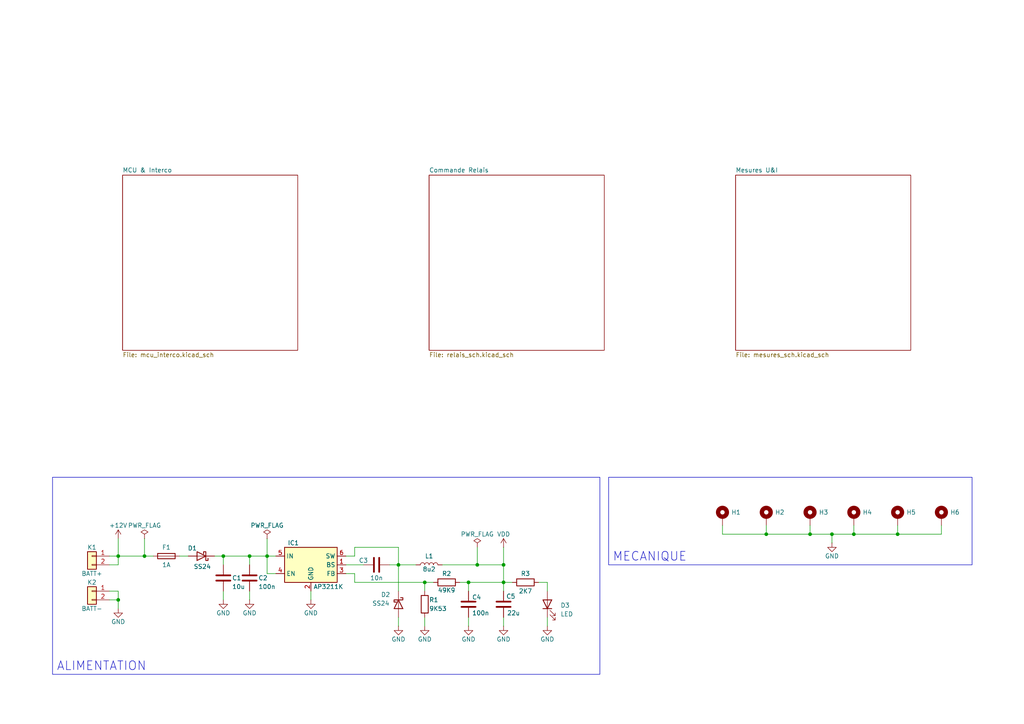
<source format=kicad_sch>
(kicad_sch (version 20250114) (generator "eeschema") (generator_version "9.0")
  (paper "A4")
  (title_block (title "Carte Interface relais") (rev "1C") (company "ADRASEC 38 - Nicolas F4ISE"))
  (lib_symbols
    (symbol "Connector_Generic:Conn_01x02" (pin_names (offset 1.016) (hide yes))
      (property "Reference" "J" (at 0 2.54 0))
      (property "Value" "Conn_01x02" (at 0 -5.08 0))
      (symbol "Conn_01x02_1_1"
        (rectangle (start -1.27 1.27) (end 1.27 -3.81) (stroke (width 0.254)) (fill (type background)))
        (rectangle (start -1.27 0.127) (end 0 -0.127) (stroke (width 0.1524)))
        (rectangle (start -1.27 -2.413) (end 0 -2.667) (stroke (width 0.1524)))
        (pin passive line (at -5.08 0 0) (length 3.81) (name "Pin_1") (number "1"))
        (pin passive line (at -5.08 -2.54 0) (length 3.81) (name "Pin_2") (number "2"))
      )
    )
    (symbol "Device:C" (pin_numbers (hide yes)) (pin_names (offset 0.254))
      (property "Reference" "C" (at 0.635 2.54 0))
      (property "Value" "C" (at 0.635 -2.54 0))
      (symbol "C_0_1"
        (polyline (pts (xy -2.032 0.762) (xy 2.032 0.762)) (stroke (width 0.508)))
        (polyline (pts (xy -2.032 -0.762) (xy 2.032 -0.762)) (stroke (width 0.508)))
      )
      (symbol "C_1_1"
        (pin passive line (at 0 3.81 270) (length 2.794) (name "~") (number "1"))
        (pin passive line (at 0 -3.81 90) (length 2.794) (name "~") (number "2"))
      )
    )
    (symbol "Device:Fuse" (pin_numbers (hide yes)) (pin_names (offset 0))
      (property "Reference" "F" (at 2.032 0 90))
      (property "Value" "Fuse" (at -1.905 0 90))
      (symbol "Fuse_0_1"
        (rectangle (start -0.762 -2.54) (end 0.762 2.54) (stroke (width 0.254)))
        (polyline (pts (xy 0 2.54) (xy 0 -2.54)))
      )
      (symbol "Fuse_1_1"
        (pin passive line (at 0 3.81 270) (length 1.27) (name "~") (number "1"))
        (pin passive line (at 0 -3.81 90) (length 1.27) (name "~") (number "2"))
      )
    )
    (symbol "Device:L" (pin_numbers (hide yes)) (pin_names (offset 1.016) (hide yes))
      (property "Reference" "L" (at -1.27 0 90))
      (property "Value" "L" (at 1.905 0 90))
      (symbol "L_0_1"
        (arc (start 0 2.54) (mid 0.6323 1.905) (end 0 1.27))
        (arc (start 0 1.27) (mid 0.6323 0.635) (end 0 0))
        (arc (start 0 0) (mid 0.6323 -0.635) (end 0 -1.27))
        (arc (start 0 -1.27) (mid 0.6323 -1.905) (end 0 -2.54))
      )
      (symbol "L_1_1"
        (pin passive line (at 0 3.81 270) (length 1.27) (name "1") (number "1"))
        (pin passive line (at 0 -3.81 90) (length 1.27) (name "2") (number "2"))
      )
    )
    (symbol "Device:R" (pin_numbers (hide yes)) (pin_names (offset 0))
      (property "Reference" "R" (at 2.032 0 90))
      (property "Value" "R" (at 0 0 90))
      (symbol "R_0_1"
        (rectangle (start -1.016 -2.54) (end 1.016 2.54) (stroke (width 0.254)))
      )
      (symbol "R_1_1"
        (pin passive line (at 0 3.81 270) (length 1.27) (name "~") (number "1"))
        (pin passive line (at 0 -3.81 90) (length 1.27) (name "~") (number "2"))
      )
    )
    (symbol "Diode:1N5817" (pin_numbers (hide yes)) (pin_names (offset 1.016) (hide yes))
      (property "Reference" "D" (at 0 2.54 0))
      (property "Value" "1N5817" (at 0 -2.54 0))
      (symbol "1N5817_0_1"
        (polyline (pts (xy -1.905 0.635) (xy -1.905 1.27) (xy -1.27 1.27) (xy -1.27 -1.27) (xy -0.635 -1.27) (xy -0.635 -0.635)) (stroke (width 0.254)))
        (polyline (pts (xy 1.27 1.27) (xy 1.27 -1.27) (xy -1.27 0) (xy 1.27 1.27)) (stroke (width 0.254)))
        (polyline (pts (xy 1.27 0) (xy -1.27 0)))
      )
      (symbol "1N5817_1_1"
        (pin passive line (at -3.81 0 0) (length 2.54) (name "K") (number "1"))
        (pin passive line (at 3.81 0 180) (length 2.54) (name "A") (number "2"))
      )
    )
    (symbol "LED_1" (pin_numbers (hide yes)) (pin_names (offset 1.016) (hide yes))
      (property "Reference" "D" (at 0 2.54 0))
      (property "Value" "LED" (at 0 -2.54 0))
      (symbol "LED_1_0_1"
        (polyline (pts (xy -3.048 -0.762) (xy -4.572 -2.286) (xy -3.81 -2.286) (xy -4.572 -2.286) (xy -4.572 -1.524)))
        (polyline (pts (xy -1.778 -0.762) (xy -3.302 -2.286) (xy -2.54 -2.286) (xy -3.302 -2.286) (xy -3.302 -1.524)))
        (polyline (pts (xy -1.27 0) (xy 1.27 0)))
        (polyline (pts (xy -1.27 -1.27) (xy -1.27 1.27)) (stroke (width 0.254)))
        (polyline (pts (xy 1.27 -1.27) (xy 1.27 1.27) (xy -1.27 0) (xy 1.27 -1.27)) (stroke (width 0.254)))
      )
      (symbol "LED_1_1_1"
        (pin passive line (at -3.81 0 0) (length 2.54) (name "K") (number "1"))
        (pin passive line (at 3.81 0 180) (length 2.54) (name "A") (number "2"))
      )
    )
    (symbol "Mechanical:MountingHole_Pad" (pin_numbers (hide yes)) (pin_names (offset 1.016) (hide yes)) (exclude_from_sim yes) (in_bom no)
      (property "Reference" "H" (at 0 6.35 0))
      (property "Value" "MountingHole_Pad" (at 0 4.445 0))
      (symbol "MountingHole_Pad_0_1"
        (circle (center 0 1.27) (radius 1.27) (stroke (width 1.27)))
      )
      (symbol "MountingHole_Pad_1_1"
        (pin input line (at 0 -2.54 90) (length 2.54) (name "1") (number "1"))
      )
    )
    (symbol "Regulator_Switching:AP3211K"
      (property "Reference" "U" (at -7.62 6.35 0))
      (property "Value" "AP3211K" (at 0 6.35 0))
      (symbol "AP3211K_0_1"
        (rectangle (start -7.62 5.08) (end 7.62 -5.08) (stroke (width 0.254)) (fill (type background)))
      )
      (symbol "AP3211K_1_1"
        (pin power_in line (at -10.16 2.54 0) (length 2.54) (name "IN") (number "5"))
        (pin input line (at -10.16 -2.54 0) (length 2.54) (name "EN") (number "4"))
        (pin power_in line (at 0 -7.62 90) (length 2.54) (name "GND") (number "2"))
        (pin passive line (at 10.16 2.54 180) (length 2.54) (name "SW") (number "6"))
        (pin passive line (at 10.16 0 180) (length 2.54) (name "BS") (number "1"))
        (pin input line (at 10.16 -2.54 180) (length 2.54) (name "FB") (number "3"))
      )
    )
    (symbol "power:+12V" (power) (pin_numbers (hide yes)) (pin_names (offset 0) (hide yes))
      (property "Value" "+12V" (at 0 3.556 0))
      (symbol "+12V_0_1"
        (polyline (pts (xy -0.762 1.27) (xy 0 2.54)))
        (polyline (pts (xy 0 2.54) (xy 0.762 1.27)))
        (polyline (pts (xy 0 0) (xy 0 2.54)))
      )
      (symbol "+12V_1_1"
        (pin power_in line (at 0 0 90) (length 0) (name "~") (number "1"))
      )
    )
    (symbol "power:GND" (power) (pin_numbers (hide yes)) (pin_names (offset 0) (hide yes))
      (property "Value" "GND" (at 0 -3.81 0))
      (symbol "GND_0_1"
        (polyline (pts (xy 0 0) (xy 0 -1.27) (xy 1.27 -1.27) (xy 0 -2.54) (xy -1.27 -1.27) (xy 0 -1.27)))
      )
      (symbol "GND_1_1"
        (pin power_in line (at 0 0 270) (length 0) (name "~") (number "1"))
      )
    )
    (symbol "power:PWR_FLAG" (power) (pin_numbers (hide yes)) (pin_names (offset 0) (hide yes))
      (property "Value" "PWR_FLAG" (at 0 3.81 0))
      (symbol "PWR_FLAG_0_0"
        (pin power_out line (at 0 0 90) (length 0) (name "~") (number "1"))
      )
      (symbol "PWR_FLAG_0_1"
        (polyline (pts (xy 0 0) (xy 0 1.27) (xy -1.016 1.905) (xy 0 2.54) (xy 1.016 1.905) (xy 0 1.27)))
      )
    )
    (symbol "power:VDD" (power) (pin_numbers (hide yes)) (pin_names (offset 0) (hide yes))
      (property "Value" "VDD" (at 0 3.556 0))
      (symbol "VDD_0_1"
        (polyline (pts (xy -0.762 1.27) (xy 0 2.54)))
        (polyline (pts (xy 0 2.54) (xy 0.762 1.27)))
        (polyline (pts (xy 0 0) (xy 0 2.54)))
      )
      (symbol "VDD_1_1"
        (pin power_in line (at 0 0 90) (length 0) (name "~") (number "1"))
      )
    )
  )
  (rectangle (start 15.24 138.43) (end 173.99 195.58))
  (rectangle (start 176.53 138.43) (end 281.94 163.83))
  (text "ALIMENTATION" (at 29.464 193.294 0) (effects (font (size 2.54 2.54))))
  (text "MECANIQUE" (at 188.468 161.544 0) (effects (font (size 2.54 2.54))))
  (junction (at 260.35 154.94))
  (junction (at 247.65 154.94))
  (junction (at 41.91 161.29))
  (junction (at 241.3 154.94))
  (junction (at 34.29 173.99))
  (junction (at 146.05 168.91))
  (junction (at 234.95 154.94))
  (junction (at 34.29 161.29))
  (junction (at 64.77 161.29))
  (junction (at 72.39 161.29))
  (junction (at 123.19 168.91))
  (junction (at 135.89 168.91))
  (junction (at 115.57 163.83))
  (junction (at 222.25 154.94))
  (junction (at 146.05 163.83))
  (junction (at 138.43 163.83))
  (junction (at 77.47 161.29))
  (wire (pts (xy 138.43 163.83) (xy 146.05 163.83)))
  (wire (pts (xy 52.07 161.29) (xy 54.61 161.29)))
  (wire (pts (xy 146.05 168.91) (xy 148.59 168.91)))
  (wire (pts (xy 234.95 154.94) (xy 241.3 154.94)))
  (wire (pts (xy 241.3 154.94) (xy 247.65 154.94)))
  (wire (pts (xy 72.39 171.45) (xy 72.39 173.99)))
  (wire (pts (xy 77.47 161.29) (xy 80.01 161.29)))
  (wire (pts (xy 41.91 156.21) (xy 41.91 161.29)))
  (wire (pts (xy 31.75 163.83) (xy 34.29 163.83)))
  (wire (pts (xy 138.43 158.75) (xy 138.43 163.83)))
  (wire (pts (xy 128.27 163.83) (xy 138.43 163.83)))
  (wire (pts (xy 64.77 161.29) (xy 72.39 161.29)))
  (wire (pts (xy 146.05 158.75) (xy 146.05 163.83)))
  (wire (pts (xy 100.33 163.83) (xy 105.41 163.83)))
  (wire (pts (xy 158.75 179.07) (xy 158.75 181.61)))
  (wire (pts (xy 273.05 152.4) (xy 273.05 154.94)))
  (wire (pts (xy 80.01 166.37) (xy 77.47 166.37)))
  (wire (pts (xy 115.57 179.07) (xy 115.57 181.61)))
  (wire (pts (xy 34.29 171.45) (xy 34.29 173.99)))
  (wire (pts (xy 209.55 154.94) (xy 222.25 154.94)))
  (wire (pts (xy 222.25 154.94) (xy 234.95 154.94)))
  (wire (pts (xy 72.39 161.29) (xy 77.47 161.29)))
  (wire (pts (xy 102.87 161.29) (xy 102.87 158.75)))
  (wire (pts (xy 247.65 154.94) (xy 247.65 152.4)))
  (wire (pts (xy 241.3 154.94) (xy 241.3 157.48)))
  (wire (pts (xy 113.03 163.83) (xy 115.57 163.83)))
  (wire (pts (xy 135.89 168.91) (xy 133.35 168.91)))
  (wire (pts (xy 273.05 154.94) (xy 260.35 154.94)))
  (wire (pts (xy 260.35 154.94) (xy 247.65 154.94)))
  (wire (pts (xy 64.77 163.83) (xy 64.77 161.29)))
  (wire (pts (xy 146.05 179.07) (xy 146.05 181.61)))
  (wire (pts (xy 100.33 161.29) (xy 102.87 161.29)))
  (wire (pts (xy 31.75 171.45) (xy 34.29 171.45)))
  (wire (pts (xy 34.29 156.21) (xy 34.29 161.29)))
  (wire (pts (xy 135.89 168.91) (xy 135.89 171.45)))
  (wire (pts (xy 41.91 161.29) (xy 44.45 161.29)))
  (wire (pts (xy 72.39 163.83) (xy 72.39 161.29)))
  (wire (pts (xy 115.57 163.83) (xy 120.65 163.83)))
  (wire (pts (xy 34.29 173.99) (xy 34.29 176.53)))
  (wire (pts (xy 102.87 166.37) (xy 102.87 168.91)))
  (wire (pts (xy 64.77 171.45) (xy 64.77 173.99)))
  (wire (pts (xy 62.23 161.29) (xy 64.77 161.29)))
  (wire (pts (xy 260.35 152.4) (xy 260.35 154.94)))
  (wire (pts (xy 222.25 152.4) (xy 222.25 154.94)))
  (wire (pts (xy 135.89 179.07) (xy 135.89 181.61)))
  (wire (pts (xy 102.87 168.91) (xy 123.19 168.91)))
  (wire (pts (xy 123.19 168.91) (xy 125.73 168.91)))
  (wire (pts (xy 34.29 161.29) (xy 34.29 163.83)))
  (wire (pts (xy 123.19 179.07) (xy 123.19 181.61)))
  (wire (pts (xy 34.29 161.29) (xy 41.91 161.29)))
  (wire (pts (xy 100.33 166.37) (xy 102.87 166.37)))
  (wire (pts (xy 31.75 173.99) (xy 34.29 173.99)))
  (wire (pts (xy 146.05 163.83) (xy 146.05 168.91)))
  (wire (pts (xy 77.47 156.21) (xy 77.47 161.29)))
  (wire (pts (xy 158.75 168.91) (xy 158.75 171.45)))
  (wire (pts (xy 102.87 158.75) (xy 115.57 158.75)))
  (wire (pts (xy 115.57 158.75) (xy 115.57 163.83)))
  (wire (pts (xy 31.75 161.29) (xy 34.29 161.29)))
  (wire (pts (xy 135.89 168.91) (xy 146.05 168.91)))
  (wire (pts (xy 209.55 152.4) (xy 209.55 154.94)))
  (wire (pts (xy 77.47 166.37) (xy 77.47 161.29)))
  (wire (pts (xy 146.05 168.91) (xy 146.05 171.45)))
  (wire (pts (xy 90.17 171.45) (xy 90.17 173.99)))
  (wire (pts (xy 115.57 163.83) (xy 115.57 171.45)))
  (wire (pts (xy 156.21 168.91) (xy 158.75 168.91)))
  (wire (pts (xy 234.95 152.4) (xy 234.95 154.94)))
  (wire (pts (xy 123.19 171.45) (xy 123.19 168.91)))
  (symbol (lib_id "Device:C") (at 146.05 175.26 0) (unit 1)
    (property "Reference" "C5" (at 146.812 172.974 0) (effects (justify left)))
    (property "Value" "22u" (at 147.066 177.8 0) (effects (justify left)))
    (property "Footprint" "Capacitor_SMD:C_0805_2012Metric" (effects (hide yes)))
    (property "Description" "Unpolarized capacitor" (effects (hide yes)))
  )
  (symbol (lib_id "Mechanical:MountingHole_Pad") (at 247.65 149.86 0) (unit 1) (exclude_from_sim yes) (in_bom no)
    (property "Reference" "H4" (at 250.19 148.5899 0) (effects (justify left)))
    (property "Value" "MountingHole_Pad" (effects (hide yes)))
    (property "Footprint" "MountingHole:MountingHole_3.2mm_M3_Pad_Via" (effects (hide yes)))
    (property "Description" "Mounting Hole with connection" (effects (hide yes)))
  )
  (symbol (lib_id "Mechanical:MountingHole_Pad") (at 209.55 149.86 0) (unit 1) (exclude_from_sim yes) (in_bom no)
    (property "Reference" "H1" (at 212.09 148.5899 0) (effects (justify left)))
    (property "Value" "MountingHole_Pad" (effects (hide yes)))
    (property "Footprint" "MountingHole:MountingHole_3.2mm_M3_Pad_Via" (effects (hide yes)))
    (property "Description" "Mounting Hole with connection" (effects (hide yes)))
  )
  (symbol (lib_id "power:GND") (at 115.57 181.61 0) (unit 1)
    (property "Reference" "#PWR06" (effects (hide yes)))
    (property "Value" "GND" (at 115.57 185.42 0))
    (property "Description" "Power symbol creates a global label with name \"GND\" , ground" (effects (hide yes)))
  )
  (symbol (lib_id "power:GND") (at 241.3 157.48 0) (unit 1)
    (property "Reference" "#PWR012" (effects (hide yes)))
    (property "Value" "GND" (at 241.3 161.29 0))
    (property "Description" "Power symbol creates a global label with name \"GND\" , ground" (effects (hide yes)))
  )
  (symbol (lib_id "Mechanical:MountingHole_Pad") (at 222.25 149.86 0) (unit 1) (exclude_from_sim yes) (in_bom no)
    (property "Reference" "H2" (at 224.79 148.5899 0) (effects (justify left)))
    (property "Value" "MountingHole_Pad" (effects (hide yes)))
    (property "Footprint" "MountingHole:MountingHole_3.2mm_M3_Pad_Via" (effects (hide yes)))
    (property "Description" "Mounting Hole with connection" (effects (hide yes)))
  )
  (symbol (lib_id "Device:R") (at 152.4 168.91 90) (unit 1)
    (property "Reference" "R3" (at 152.4 166.37 90))
    (property "Value" "2K7" (at 152.4 171.45 90))
    (property "Footprint" "Resistor_SMD:R_0603_1608Metric" (effects (hide yes)))
    (property "Description" "Resistor" (effects (hide yes)))
  )
  (symbol (lib_id "power:GND") (at 34.29 176.53 0) (unit 1)
    (property "Reference" "#PWR02" (effects (hide yes)))
    (property "Value" "GND" (at 34.29 180.34 0))
    (property "Description" "Power symbol creates a global label with name \"GND\" , ground" (effects (hide yes)))
  )
  (symbol (lib_id "Device:R") (at 123.19 175.26 0) (unit 1)
    (property "Reference" "R1" (at 124.46 173.99 0) (effects (justify left)))
    (property "Value" "9K53" (at 124.46 176.53 0) (effects (justify left)))
    (property "Footprint" "Resistor_SMD:R_0603_1608Metric" (effects (hide yes)))
    (property "Description" "Resistor" (effects (hide yes)))
  )
  (symbol (lib_id "Device:C") (at 135.89 175.26 0) (unit 1)
    (property "Reference" "C4" (at 136.906 173.228 0) (effects (justify left)))
    (property "Value" "100n" (at 136.906 177.8 0) (effects (justify left)))
    (property "Footprint" "Capacitor_SMD:C_0603_1608Metric" (effects (hide yes)))
    (property "Description" "Unpolarized capacitor" (effects (hide yes)))
  )
  (symbol (lib_id "Device:C") (at 72.39 167.64 0) (unit 1)
    (property "Reference" "C2" (at 74.93 167.64 0) (effects (justify left)))
    (property "Value" "100n" (at 74.93 170.18 0) (effects (justify left)))
    (property "Footprint" "Capacitor_SMD:C_0603_1608Metric" (effects (hide yes)))
    (property "Description" "Unpolarized capacitor" (effects (hide yes)))
  )
  (symbol (lib_id "Device:R") (at 129.54 168.91 90) (unit 1)
    (property "Reference" "R2" (at 129.54 166.37 90))
    (property "Value" "49K9" (at 129.54 171.196 90))
    (property "Footprint" "Resistor_SMD:R_0603_1608Metric" (effects (hide yes)))
    (property "Description" "Resistor" (effects (hide yes)))
  )
  (symbol (lib_id "Connector_Generic:Conn_01x02") (at 26.67 161.29 0) (mirror y) (unit 1)
    (property "Reference" "K1" (at 26.67 158.75 0))
    (property "Value" "BATT+" (at 26.67 166.37 0))
    (property "Footprint" "TerminalBlock_Phoenix:TerminalBlock_Phoenix_MKDS-1,5-2-5.08_1x02_P5.08mm_Horizontal" (effects (hide yes)))
    (property "Description" "Generic connector, single row, 01x02, script generated (kicad-library-utils/schlib/autogen/connector/)" (effects (hide yes)))
  )
  (symbol (lib_id "power:PWR_FLAG") (at 41.91 156.21 0) (unit 1)
    (property "Reference" "#FLG01" (effects (hide yes)))
    (property "Value" "PWR_FLAG" (at 41.91 152.4 0))
    (property "Description" "Special symbol for telling ERC where power comes from" (effects (hide yes)))
  )
  (symbol (lib_id "power:PWR_FLAG") (at 138.43 158.75 0) (unit 1)
    (property "Reference" "#FLG03" (effects (hide yes)))
    (property "Value" "PWR_FLAG" (at 138.43 154.94 0))
    (property "Description" "Special symbol for telling ERC where power comes from" (effects (hide yes)))
  )
  (symbol (lib_id "Diode:1N5817") (at 115.57 175.26 270) (unit 1)
    (property "Reference" "D2" (at 110.49 172.466 90) (effects (justify left)))
    (property "Value" "SS24" (at 107.95 175.006 90) (effects (justify left)))
    (property "Footprint" "Diode_SMD:D_SMB" (effects (hide yes)))
    (property "Datasheet" "http://www.vishay.com/docs/88525/1n5817.pdf" (effects (hide yes)))
    (property "Description" "20V 1A Schottky Barrier Rectifier Diode, DO-41" (effects (hide yes)))
  )
  (symbol (lib_id "power:GND") (at 64.77 173.99 0) (unit 1)
    (property "Reference" "#PWR03" (effects (hide yes)))
    (property "Value" "GND" (at 64.77 177.8 0))
    (property "Description" "Power symbol creates a global label with name \"GND\" , ground" (effects (hide yes)))
  )
  (symbol (lib_id "power:GND") (at 158.75 181.61 0) (unit 1)
    (property "Reference" "#PWR011" (effects (hide yes)))
    (property "Value" "GND" (at 158.75 185.42 0))
    (property "Description" "Power symbol creates a global label with name \"GND\" , ground" (effects (hide yes)))
  )
  (symbol (lib_id "power:GND") (at 123.19 181.61 0) (unit 1)
    (property "Reference" "#PWR07" (effects (hide yes)))
    (property "Value" "GND" (at 123.19 185.42 0))
    (property "Description" "Power symbol creates a global label with name \"GND\" , ground" (effects (hide yes)))
  )
  (symbol (lib_id "power:PWR_FLAG") (at 77.47 156.21 0) (unit 1)
    (property "Reference" "#FLG02" (effects (hide yes)))
    (property "Value" "PWR_FLAG" (at 77.47 152.4 0))
    (property "Description" "Special symbol for telling ERC where power comes from" (effects (hide yes)))
  )
  (symbol (lib_id "Mechanical:MountingHole_Pad") (at 273.05 149.86 0) (unit 1) (exclude_from_sim yes) (in_bom no)
    (property "Reference" "H6" (at 275.59 148.5899 0) (effects (justify left)))
    (property "Value" "MountingHole_Pad" (effects (hide yes)))
    (property "Footprint" "MountingHole:MountingHole_3.2mm_M3_Pad_Via" (effects (hide yes)))
    (property "Description" "Mounting Hole with connection" (effects (hide yes)))
  )
  (symbol (lib_name "LED_1") (lib_id "Device:LED") (at 158.75 175.26 90) (unit 1)
    (property "Reference" "D3" (at 162.56 175.5774 90) (effects (justify right)))
    (property "Value" "LED" (at 162.56 178.1174 90) (effects (justify right)))
    (property "Footprint" "LED_THT:LED_D3.0mm" (effects (hide yes)))
    (property "Description" "Light emitting diode" (effects (hide yes)))
    (property "Sim.Pins" "1=K 2=A" (effects (hide yes)))
  )
  (symbol (lib_id "Device:Fuse") (at 48.26 161.29 90) (unit 1)
    (property "Reference" "F1" (at 48.26 158.75 90))
    (property "Value" "1A" (at 48.26 163.83 90))
    (property "Footprint" "178.6164.0001:LITTELFUSE_178.6164.0001" (effects (hide yes)))
    (property "Description" "Fuse" (effects (hide yes)))
  )
  (symbol (lib_id "Diode:1N5817") (at 58.42 161.29 180) (unit 1)
    (property "Reference" "D1" (at 57.15 159.004 0) (effects (justify left)))
    (property "Value" "SS24" (at 61.214 164.338 0) (effects (justify left)))
    (property "Footprint" "Diode_SMD:D_SMB" (effects (hide yes)))
    (property "Datasheet" "http://www.vishay.com/docs/88525/1n5817.pdf" (effects (hide yes)))
    (property "Description" "20V 1A Schottky Barrier Rectifier Diode, DO-41" (effects (hide yes)))
  )
  (symbol (lib_id "Device:C") (at 109.22 163.83 90) (unit 1)
    (property "Reference" "C3" (at 105.41 162.56 90))
    (property "Value" "10n" (at 109.22 167.64 90))
    (property "Footprint" "Capacitor_SMD:C_0603_1608Metric" (effects (hide yes)))
    (property "Description" "Unpolarized capacitor" (effects (hide yes)))
  )
  (symbol (lib_id "power:GND") (at 146.05 181.61 0) (unit 1)
    (property "Reference" "#PWR09" (effects (hide yes)))
    (property "Value" "GND" (at 146.05 185.42 0))
    (property "Description" "Power symbol creates a global label with name \"GND\" , ground" (effects (hide yes)))
  )
  (symbol (lib_id "power:GND") (at 90.17 173.99 0) (unit 1)
    (property "Reference" "#PWR05" (effects (hide yes)))
    (property "Value" "GND" (at 90.17 177.8 0))
    (property "Description" "Power symbol creates a global label with name \"GND\" , ground" (effects (hide yes)))
  )
  (symbol (lib_id "Device:L") (at 124.46 163.83 90) (unit 1)
    (property "Reference" "L1" (at 124.46 161.29 90))
    (property "Value" "8u2" (at 124.46 165.1 90))
    (property "Footprint" "Inductor_SMD:L_Wuerth_WE-PD2-Typ-MS" (effects (hide yes)))
    (property "Description" "Inductor" (effects (hide yes)))
  )
  (symbol (lib_id "power:GND") (at 72.39 173.99 0) (unit 1)
    (property "Reference" "#PWR04" (effects (hide yes)))
    (property "Value" "GND" (at 72.39 177.8 0))
    (property "Description" "Power symbol creates a global label with name \"GND\" , ground" (effects (hide yes)))
  )
  (symbol (lib_id "power:VDD") (at 146.05 158.75 0) (unit 1)
    (property "Reference" "#PWR010" (effects (hide yes)))
    (property "Value" "VDD" (at 146.05 154.94 0))
    (property "Description" "Power symbol creates a global label with name \"VDD\"" (effects (hide yes)))
  )
  (symbol (lib_id "Regulator_Switching:AP3211K") (at 90.17 163.83 0) (unit 1)
    (property "Reference" "IC1" (at 85.09 157.48 0))
    (property "Value" "AP3211K" (at 95.25 170.18 0))
    (property "Footprint" "Package_TO_SOT_SMD:SOT-23-6" (effects (hide yes)))
    (property "Datasheet" "https://www.diodes.com/assets/Datasheets/AP3211.pdf" (effects (hide yes)))
    (property "Description" "1.5A, Adjustable Step-Down Voltage Regulator, 1.4MHz Frequency, Vin=4.5..18V, Vout=0.81..15V, SOT-23-6" (effects (hide yes)))
  )
  (symbol (lib_id "power:GND") (at 135.89 181.61 0) (unit 1)
    (property "Reference" "#PWR08" (effects (hide yes)))
    (property "Value" "GND" (at 135.89 185.42 0))
    (property "Description" "Power symbol creates a global label with name \"GND\" , ground" (effects (hide yes)))
  )
  (symbol (lib_id "power:+12V") (at 34.29 156.21 0) (unit 1)
    (property "Reference" "#PWR01" (effects (hide yes)))
    (property "Value" "+12V" (at 34.29 152.4 0))
    (property "Description" "Power symbol creates a global label with name \"+12V\"" (effects (hide yes)))
  )
  (symbol (lib_id "Mechanical:MountingHole_Pad") (at 234.95 149.86 0) (unit 1) (exclude_from_sim yes) (in_bom no)
    (property "Reference" "H3" (at 237.49 148.5899 0) (effects (justify left)))
    (property "Value" "MountingHole_Pad" (effects (hide yes)))
    (property "Footprint" "MountingHole:MountingHole_3.2mm_M3_Pad_Via" (effects (hide yes)))
    (property "Description" "Mounting Hole with connection" (effects (hide yes)))
  )
  (symbol (lib_id "Mechanical:MountingHole_Pad") (at 260.35 149.86 0) (unit 1) (exclude_from_sim yes) (in_bom no)
    (property "Reference" "H5" (at 262.89 148.5899 0) (effects (justify left)))
    (property "Value" "MountingHole_Pad" (effects (hide yes)))
    (property "Footprint" "MountingHole:MountingHole_3.2mm_M3_Pad_Via" (effects (hide yes)))
    (property "Description" "Mounting Hole with connection" (effects (hide yes)))
  )
  (symbol (lib_id "Connector_Generic:Conn_01x02") (at 26.67 171.45 0) (mirror y) (unit 1)
    (property "Reference" "K2" (at 26.67 168.91 0))
    (property "Value" "BATT-" (at 26.67 176.53 0))
    (property "Footprint" "TerminalBlock_Phoenix:TerminalBlock_Phoenix_MKDS-1,5-2-5.08_1x02_P5.08mm_Horizontal" (effects (hide yes)))
    (property "Description" "Generic connector, single row, 01x02, script generated (kicad-library-utils/schlib/autogen/connector/)" (effects (hide yes)))
  )
  (symbol (lib_id "Device:C") (at 64.77 167.64 0) (unit 1)
    (property "Reference" "C1" (at 67.31 167.64 0) (effects (justify left)))
    (property "Value" "10u" (at 67.31 170.18 0) (effects (justify left)))
    (property "Footprint" "Capacitor_SMD:C_0805_2012Metric" (effects (hide yes)))
    (property "Description" "Unpolarized capacitor" (effects (hide yes)))
  )
  (sheet (at 124.46 50.8) (size 50.8 50.8) (stroke (width 0.1524))
    (property "Sheetname" "Commande Relais" (at 124.46 50.0884 0) (effects (justify left bottom)))
    (property "Sheetfile" "relais_sch.kicad_sch" (at 124.46 102.1846 0) (effects (justify left top)))
  )
  (sheet (at 35.56 50.8) (size 50.8 50.8) (stroke (width 0.1524))
    (property "Sheetname" "MCU & Interco" (at 35.56 50.0884 0) (effects (justify left bottom)))
    (property "Sheetfile" "mcu_interco.kicad_sch" (at 35.56 102.1846 0) (effects (justify left top)))
  )
  (sheet (at 213.36 50.8) (size 50.8 50.8) (stroke (width 0.1524))
    (property "Sheetname" "Mesures U&I" (at 213.36 50.0884 0) (effects (justify left bottom)))
    (property "Sheetfile" "mesures_sch.kicad_sch" (at 213.36 102.1846 0) (effects (justify left top)))
  )
)
</source>
